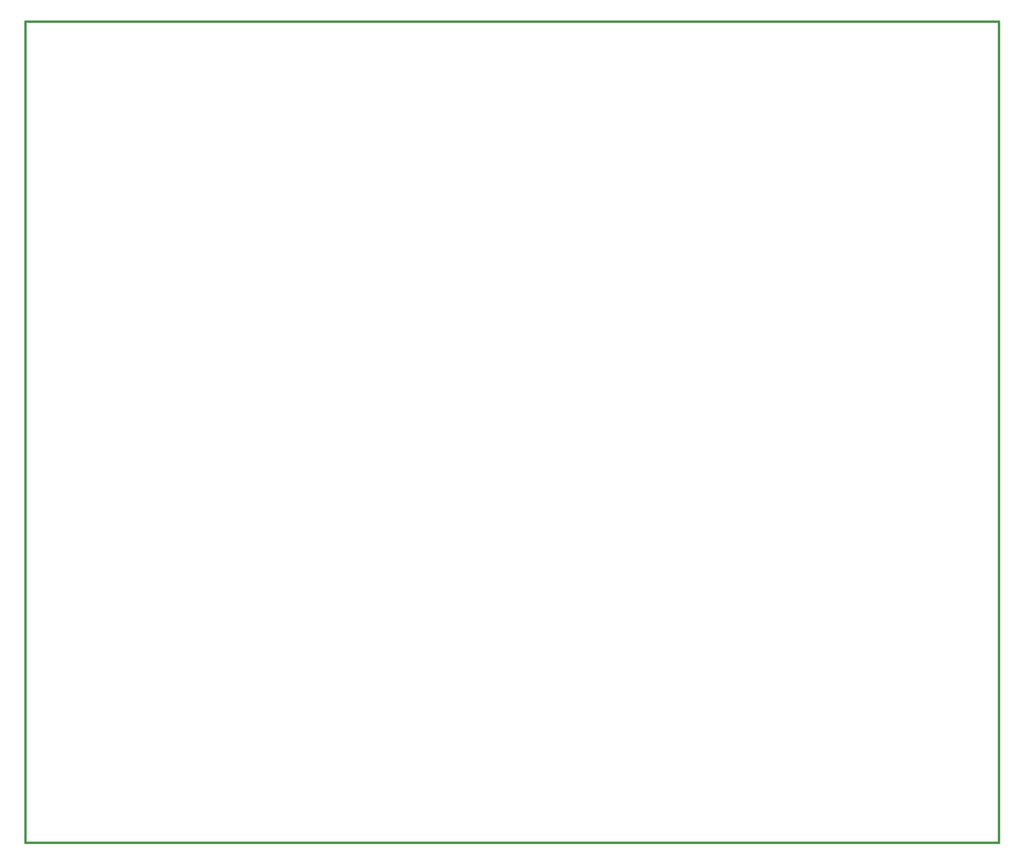
<source format=gbr>
G04 (created by PCBNEW-RS274X (2010-05-05 BZR 2356)-stable) date 04/02/2012 09:10:17*
G01*
G70*
G90*
%MOIN*%
G04 Gerber Fmt 3.4, Leading zero omitted, Abs format*
%FSLAX34Y34*%
G04 APERTURE LIST*
%ADD10C,0.006000*%
%ADD11C,0.015000*%
G04 APERTURE END LIST*
G54D10*
G54D11*
X25984Y-68110D02*
X26378Y-68110D01*
X25984Y-10630D02*
X25984Y-68110D01*
X27165Y-10630D02*
X25984Y-10630D01*
X94094Y-10630D02*
X27165Y-10630D01*
X94094Y-68110D02*
X94094Y-10630D01*
X26378Y-68110D02*
X94094Y-68110D01*
M02*

</source>
